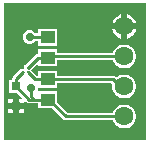
<source format=gtl>
G04*
G04 #@! TF.GenerationSoftware,Altium Limited,Altium Designer,22.11.1 (43)*
G04*
G04 Layer_Physical_Order=1*
G04 Layer_Color=255*
%FSLAX25Y25*%
%MOIN*%
G70*
G04*
G04 #@! TF.SameCoordinates,8EA88497-2B70-42C5-92E3-E72B768CB83D*
G04*
G04*
G04 #@! TF.FilePolarity,Positive*
G04*
G01*
G75*
%ADD13R,0.03150X0.02581*%
%ADD14R,0.04700X0.04000*%
%ADD15C,0.00984*%
%ADD16C,0.06300*%
%ADD18C,0.00984*%
%ADD19C,0.02800*%
G36*
X48197Y803D02*
X803D01*
Y46197D01*
X48197D01*
Y803D01*
D02*
G37*
%LPC*%
G36*
X42000Y42528D02*
Y39500D01*
X45028D01*
X44867Y40102D01*
X44321Y41048D01*
X43548Y41821D01*
X42602Y42367D01*
X42000Y42528D01*
D02*
G37*
G36*
X40000D02*
X39398Y42367D01*
X38452Y41821D01*
X37679Y41048D01*
X37133Y40102D01*
X36972Y39500D01*
X40000D01*
Y42528D01*
D02*
G37*
G36*
X18637Y37637D02*
X12363D01*
Y36305D01*
X11289D01*
X10739Y36854D01*
X9935Y37187D01*
X9065D01*
X8261Y36854D01*
X7646Y36239D01*
X7313Y35435D01*
Y34565D01*
X7646Y33761D01*
X8261Y33146D01*
X9065Y32813D01*
X9935D01*
X10739Y33146D01*
X11289Y33695D01*
X12363D01*
Y32063D01*
X18637D01*
Y37637D01*
D02*
G37*
G36*
X45028Y37500D02*
X42000D01*
Y34472D01*
X42602Y34633D01*
X43548Y35179D01*
X44321Y35952D01*
X44867Y36898D01*
X45028Y37500D01*
D02*
G37*
G36*
X40000D02*
X36972D01*
X37133Y36898D01*
X37679Y35952D01*
X38452Y35179D01*
X39398Y34633D01*
X40000Y34472D01*
Y37500D01*
D02*
G37*
G36*
X41518Y32437D02*
X40482D01*
X39480Y32169D01*
X38582Y31651D01*
X37849Y30918D01*
X37331Y30020D01*
X37273Y29805D01*
X18637D01*
Y30937D01*
X12363D01*
Y29455D01*
X12150D01*
X11651Y29355D01*
X11227Y29072D01*
X8133Y25978D01*
X8133Y25978D01*
X7865Y25710D01*
X7793Y25603D01*
X7702Y25512D01*
X7653Y25394D01*
X7582Y25287D01*
X7557Y25161D01*
X7508Y25042D01*
Y24914D01*
X7483Y24787D01*
X7213D01*
Y24517D01*
X7086Y24492D01*
X6958D01*
X6839Y24443D01*
X6713Y24418D01*
X6606Y24347D01*
X6488Y24297D01*
X6397Y24207D01*
X6290Y24135D01*
X6022Y23867D01*
X6022Y23867D01*
X4078Y21923D01*
X3795Y21499D01*
X3695Y21000D01*
Y20578D01*
X2638D01*
Y16422D01*
X5233D01*
X6921Y14734D01*
X6729Y14273D01*
X6000D01*
Y12982D01*
X7575D01*
Y13427D01*
X8037Y13618D01*
X8427Y13228D01*
X8851Y12945D01*
X9350Y12845D01*
X12363D01*
Y11363D01*
X16792D01*
X20577Y7577D01*
X21001Y7295D01*
X21500Y7195D01*
X37273D01*
X37331Y6980D01*
X37849Y6082D01*
X38582Y5349D01*
X39480Y4831D01*
X40482Y4563D01*
X41518D01*
X42520Y4831D01*
X43418Y5349D01*
X44151Y6082D01*
X44669Y6980D01*
X44937Y7982D01*
Y9018D01*
X44669Y10020D01*
X44151Y10918D01*
X43418Y11651D01*
X42520Y12169D01*
X41518Y12437D01*
X40482D01*
X39480Y12169D01*
X38582Y11651D01*
X37849Y10918D01*
X37331Y10020D01*
X37273Y9805D01*
X22040D01*
X18637Y13208D01*
Y16937D01*
X12783D01*
X12469Y16937D01*
X12183Y17227D01*
X12209Y17688D01*
X12363Y18063D01*
X12468Y18063D01*
X18637D01*
Y19545D01*
X36671D01*
X37091Y19125D01*
X37063Y19018D01*
Y17982D01*
X37331Y16980D01*
X37849Y16082D01*
X38582Y15349D01*
X39480Y14831D01*
X40482Y14563D01*
X41518D01*
X42520Y14831D01*
X43418Y15349D01*
X44151Y16082D01*
X44669Y16980D01*
X44937Y17982D01*
Y19018D01*
X44669Y20020D01*
X44151Y20918D01*
X43418Y21651D01*
X42520Y22169D01*
X41518Y22437D01*
X40482D01*
X39480Y22169D01*
X38582Y21651D01*
X38419Y21487D01*
X38134Y21772D01*
X37711Y22055D01*
X37212Y22155D01*
X18637D01*
Y23637D01*
X12363D01*
Y22155D01*
X11690D01*
X9845Y24000D01*
X11901Y26056D01*
X12363Y25864D01*
Y25363D01*
X18637D01*
Y27195D01*
X37273D01*
X37331Y26980D01*
X37849Y26082D01*
X38582Y25349D01*
X39480Y24831D01*
X40482Y24563D01*
X41518D01*
X42520Y24831D01*
X43418Y25349D01*
X44151Y26082D01*
X44669Y26980D01*
X44937Y27982D01*
Y29018D01*
X44669Y30020D01*
X44151Y30918D01*
X43418Y31651D01*
X42520Y32169D01*
X41518Y32437D01*
D02*
G37*
G36*
X6213Y25898D02*
X6102Y25787D01*
X6213D01*
Y25898D01*
D02*
G37*
G36*
X4000Y14273D02*
X2425D01*
Y12982D01*
X4000D01*
Y14273D01*
D02*
G37*
G36*
X7575Y10982D02*
X6000D01*
Y9691D01*
X7575D01*
Y10982D01*
D02*
G37*
G36*
X4000D02*
X2425D01*
Y9691D01*
X4000D01*
Y10982D01*
D02*
G37*
%LPD*%
D13*
X5000Y18500D02*
D03*
Y11982D02*
D03*
D14*
X15500Y34850D02*
D03*
Y28150D02*
D03*
Y20850D02*
D03*
Y14150D02*
D03*
D15*
X7213Y24787D02*
D03*
X8787D02*
D03*
X7213Y23213D02*
D03*
X8787D02*
D03*
D16*
X41000Y8500D02*
D03*
Y18500D02*
D03*
Y28500D02*
D03*
Y38500D02*
D03*
D18*
X15350Y35000D02*
X15500Y34850D01*
X9500Y35000D02*
X15350D01*
X37212Y20850D02*
X39562Y18500D01*
X41000D01*
X15500Y20850D02*
X37212D01*
X15500Y28150D02*
X15850Y28500D01*
X41000D01*
X15500Y14150D02*
X15850D01*
X11000D02*
X15500D01*
X9350D02*
X11000D01*
X10026Y15124D02*
Y17974D01*
Y15124D02*
X11000Y14150D01*
X10000Y18000D02*
X10026Y17974D01*
X5000Y18500D02*
X9350Y14150D01*
X8787Y23213D02*
X11150Y20850D01*
X15500D01*
X8787Y24787D02*
X12150Y28150D01*
X15850Y14150D02*
X21500Y8500D01*
X41000D01*
X5000Y18500D02*
Y21000D01*
X7213Y23213D01*
X12150Y28150D02*
X15500D01*
D19*
X9500Y35000D02*
D03*
X10000Y18000D02*
D03*
M02*

</source>
